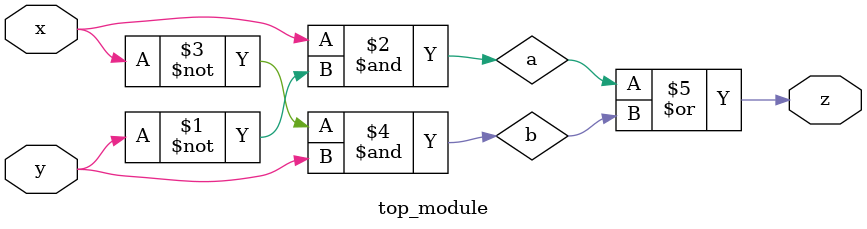
<source format=sv>
module top_module(
  input x,
  input y,
  output z);

  wire a, b, c;

  // First gate
  and gate1(a, x, ~y);     // a = x AND (NOT y)

  // Second gate
  and gate2(b, ~x, y);      // b = (NOT x) AND y

  // Third gate
  or gate3(z, a, b);      // z = a OR b

endmodule

</source>
